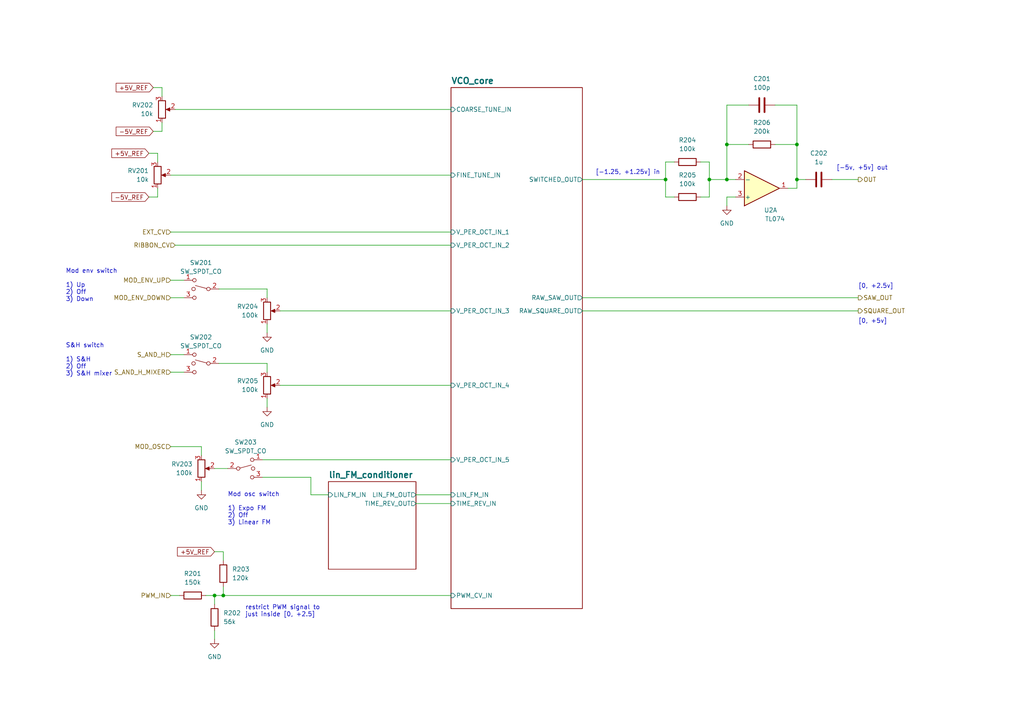
<source format=kicad_sch>
(kicad_sch (version 20230121) (generator eeschema)
  (paper "A4")
  (title_block (title "Josh Ox Ribon Synth Main VCO board") (date "2022-07-23") (rev "0.1") (comment 2 "creativecommons.org/licenses/by/4.0") (comment 3 "license: CC by 4.0") (comment 4 "Author: Jordan Acete"))
  (lib_symbols
    (symbol "Amplifier_Operational:TL074" (pin_names (offset 0.127))
      (property "Reference" "U" (at 0 5.08 0))
      (property "Value" "TL074" (at 0 -5.08 0))
      (symbol "TL074_1_1"
        (polyline (pts (xy -5.08 5.08) (xy 5.08 0) (xy -5.08 -5.08) (xy -5.08 5.08)) (stroke (width 0.254)) (fill (type background)))
        (pin output line (at 7.62 0 180) (length 2.54) (name "~") (number "1"))
        (pin input line (at -7.62 -2.54 0) (length 2.54) (name "-") (number "2"))
        (pin input line (at -7.62 2.54 0) (length 2.54) (name "+") (number "3"))
      )
      (symbol "TL074_2_1"
        (polyline (pts (xy -5.08 5.08) (xy 5.08 0) (xy -5.08 -5.08) (xy -5.08 5.08)) (stroke (width 0.254)) (fill (type background)))
        (pin input line (at -7.62 2.54 0) (length 2.54) (name "+") (number "5"))
        (pin input line (at -7.62 -2.54 0) (length 2.54) (name "-") (number "6"))
        (pin output line (at 7.62 0 180) (length 2.54) (name "~") (number "7"))
      )
      (symbol "TL074_3_1"
        (polyline (pts (xy -5.08 5.08) (xy 5.08 0) (xy -5.08 -5.08) (xy -5.08 5.08)) (stroke (width 0.254)) (fill (type background)))
        (pin input line (at -7.62 2.54 0) (length 2.54) (name "+") (number "10"))
        (pin output line (at 7.62 0 180) (length 2.54) (name "~") (number "8"))
        (pin input line (at -7.62 -2.54 0) (length 2.54) (name "-") (number "9"))
      )
      (symbol "TL074_4_1"
        (polyline (pts (xy -5.08 5.08) (xy 5.08 0) (xy -5.08 -5.08) (xy -5.08 5.08)) (stroke (width 0.254)) (fill (type background)))
        (pin input line (at -7.62 2.54 0) (length 2.54) (name "+") (number "12"))
        (pin input line (at -7.62 -2.54 0) (length 2.54) (name "-") (number "13"))
        (pin output line (at 7.62 0 180) (length 2.54) (name "~") (number "14"))
      )
      (symbol "TL074_5_1"
        (pin power_in line (at -2.54 -7.62 90) (length 3.81) (name "V-") (number "11"))
        (pin power_in line (at -2.54 7.62 270) (length 3.81) (name "V+") (number "4"))
      )
    )
    (symbol "Device:C" (pin_numbers hide) (pin_names (offset 0.254))
      (property "Reference" "C" (at 0.635 2.54 0))
      (property "Value" "C" (at 0.635 -2.54 0))
      (symbol "C_0_1"
        (polyline (pts (xy -2.032 -0.762) (xy 2.032 -0.762)) (stroke (width 0.508)))
        (polyline (pts (xy -2.032 0.762) (xy 2.032 0.762)) (stroke (width 0.508)))
      )
      (symbol "C_1_1"
        (pin passive line (at 0 3.81 270) (length 2.794) (name "~") (number "1"))
        (pin passive line (at 0 -3.81 90) (length 2.794) (name "~") (number "2"))
      )
    )
    (symbol "Device:R" (pin_numbers hide) (pin_names (offset 0))
      (property "Reference" "R" (at 2.032 0 90))
      (property "Value" "R" (at 0 0 90))
      (symbol "R_0_1"
        (rectangle (start -1.016 -2.54) (end 1.016 2.54) (stroke (width 0.254)))
      )
      (symbol "R_1_1"
        (pin passive line (at 0 3.81 270) (length 1.27) (name "~") (number "1"))
        (pin passive line (at 0 -3.81 90) (length 1.27) (name "~") (number "2"))
      )
    )
    (symbol "Device:R_Potentiometer" (pin_names (offset 1.016) hide)
      (property "Reference" "RV" (at -4.445 0 90))
      (property "Value" "R_Potentiometer" (at -2.54 0 90))
      (symbol "R_Potentiometer_0_1"
        (polyline (pts (xy 2.54 0) (xy 1.524 0)))
        (polyline (pts (xy 1.143 0) (xy 2.286 0.508) (xy 2.286 -0.508) (xy 1.143 0)) (fill (type outline)))
        (rectangle (start 1.016 2.54) (end -1.016 -2.54) (stroke (width 0.254)))
      )
      (symbol "R_Potentiometer_1_1"
        (pin passive line (at 0 3.81 270) (length 1.27) (name "1") (number "1"))
        (pin passive line (at 3.81 0 180) (length 1.27) (name "2") (number "2"))
        (pin passive line (at 0 -3.81 90) (length 1.27) (name "3") (number "3"))
      )
    )
    (symbol "Switch:SW_SPDT_MSM" (pin_names (offset 0) hide)
      (property "Reference" "SW" (at 0 5.08 0))
      (property "Value" "SW_SPDT_MSM" (at 0 -5.08 0))
      (symbol "SW_SPDT_MSM_0_0"
        (circle (center -2.032 0) (radius 0.508))
        (polyline (pts (xy -1.524 0.127) (xy 1.778 1.016)))
        (circle (center 2.032 -2.54) (radius 0.508))
      )
      (symbol "SW_SPDT_MSM_0_1"
        (circle (center 2.032 2.54) (radius 0.508))
        (circle (center 2.286 0) (radius 0.508))
      )
      (symbol "SW_SPDT_MSM_1_1"
        (pin passive line (at 5.08 2.54 180) (length 2.54) (name "1") (number "1"))
        (pin passive line (at -5.08 0 0) (length 2.54) (name "2") (number "2"))
        (pin passive line (at 5.08 -2.54 180) (length 2.54) (name "3") (number "3"))
      )
    )
    (symbol "power:GND" (power) (pin_names (offset 0))
      (property "Value" "GND" (at 0 -3.81 0))
      (symbol "GND_0_1"
        (polyline (pts (xy 0 0) (xy 0 -1.27) (xy 1.27 -1.27) (xy 0 -2.54) (xy -1.27 -1.27) (xy 0 -1.27)))
      )
      (symbol "GND_1_1"
        (pin power_in line (at 0 0 270) (length 0) hide (name "GND") (number "1"))
      )
    )
  )
  (junction (at 210.82 52.07))
  (junction (at 210.82 41.91))
  (junction (at 205.74 52.07))
  (junction (at 62.23 172.72))
  (junction (at 64.77 172.72))
  (junction (at 193.04 52.07))
  (junction (at 231.14 41.91))
  (junction (at 231.14 52.07))
  (wire (pts (xy 45.72 44.45) (xy 45.72 46.99)))
  (wire (pts (xy 58.42 129.54) (xy 58.42 132.08)))
  (wire (pts (xy 205.74 52.07) (xy 205.74 57.15)))
  (wire (pts (xy 231.14 30.48) (xy 231.14 41.91)))
  (wire (pts (xy 228.6 54.61) (xy 231.14 54.61)))
  (wire (pts (xy 120.65 146.05) (xy 130.81 146.05)))
  (wire (pts (xy 77.47 105.41) (xy 77.47 107.95)))
  (wire (pts (xy 44.45 38.1) (xy 46.99 38.1)))
  (wire (pts (xy 50.8 71.12) (xy 130.81 71.12)))
  (wire (pts (xy 205.74 46.99) (xy 205.74 52.07)))
  (wire (pts (xy 49.53 102.87) (xy 53.34 102.87)))
  (wire (pts (xy 210.82 52.07) (xy 213.36 52.07)))
  (wire (pts (xy 62.23 182.88) (xy 62.23 185.42)))
  (wire (pts (xy 77.47 118.11) (xy 77.47 115.57)))
  (wire (pts (xy 49.53 67.31) (xy 130.81 67.31)))
  (wire (pts (xy 64.77 160.02) (xy 64.77 162.56)))
  (wire (pts (xy 64.77 172.72) (xy 130.81 172.72)))
  (wire (pts (xy 63.5 105.41) (xy 77.47 105.41)))
  (wire (pts (xy 49.53 50.8) (xy 130.81 50.8)))
  (wire (pts (xy 231.14 52.07) (xy 233.68 52.07)))
  (wire (pts (xy 43.18 44.45) (xy 45.72 44.45)))
  (wire (pts (xy 49.53 172.72) (xy 52.07 172.72)))
  (wire (pts (xy 77.47 83.82) (xy 77.47 86.36)))
  (wire (pts (xy 231.14 41.91) (xy 224.79 41.91)))
  (wire (pts (xy 168.91 52.07) (xy 193.04 52.07)))
  (wire (pts (xy 62.23 135.89) (xy 66.04 135.89)))
  (wire (pts (xy 241.3 52.07) (xy 248.92 52.07)))
  (wire (pts (xy 81.28 90.17) (xy 130.81 90.17)))
  (wire (pts (xy 46.99 38.1) (xy 46.99 35.56)))
  (wire (pts (xy 64.77 170.18) (xy 64.77 172.72)))
  (wire (pts (xy 210.82 30.48) (xy 210.82 41.91)))
  (wire (pts (xy 62.23 172.72) (xy 62.23 175.26)))
  (wire (pts (xy 49.53 81.28) (xy 53.34 81.28)))
  (wire (pts (xy 50.8 31.75) (xy 130.81 31.75)))
  (wire (pts (xy 62.23 160.02) (xy 64.77 160.02)))
  (wire (pts (xy 231.14 52.07) (xy 231.14 54.61)))
  (wire (pts (xy 44.45 25.4) (xy 46.99 25.4)))
  (wire (pts (xy 90.17 143.51) (xy 90.17 138.43)))
  (wire (pts (xy 45.72 57.15) (xy 45.72 54.61)))
  (wire (pts (xy 49.53 129.54) (xy 58.42 129.54)))
  (wire (pts (xy 62.23 172.72) (xy 64.77 172.72)))
  (wire (pts (xy 95.25 143.51) (xy 90.17 143.51)))
  (wire (pts (xy 46.99 25.4) (xy 46.99 27.94)))
  (wire (pts (xy 120.65 143.51) (xy 130.81 143.51)))
  (wire (pts (xy 210.82 57.15) (xy 213.36 57.15)))
  (wire (pts (xy 168.91 90.17) (xy 248.92 90.17)))
  (wire (pts (xy 210.82 52.07) (xy 210.82 41.91)))
  (wire (pts (xy 193.04 46.99) (xy 195.58 46.99)))
  (wire (pts (xy 210.82 59.69) (xy 210.82 57.15)))
  (wire (pts (xy 193.04 46.99) (xy 193.04 52.07)))
  (wire (pts (xy 210.82 41.91) (xy 217.17 41.91)))
  (wire (pts (xy 205.74 52.07) (xy 210.82 52.07)))
  (wire (pts (xy 203.2 46.99) (xy 205.74 46.99)))
  (wire (pts (xy 49.53 86.36) (xy 53.34 86.36)))
  (wire (pts (xy 168.91 86.36) (xy 248.92 86.36)))
  (wire (pts (xy 90.17 138.43) (xy 76.2 138.43)))
  (wire (pts (xy 77.47 96.52) (xy 77.47 93.98)))
  (wire (pts (xy 224.79 30.48) (xy 231.14 30.48)))
  (wire (pts (xy 59.69 172.72) (xy 62.23 172.72)))
  (wire (pts (xy 63.5 83.82) (xy 77.47 83.82)))
  (wire (pts (xy 193.04 52.07) (xy 193.04 57.15)))
  (wire (pts (xy 49.53 107.95) (xy 53.34 107.95)))
  (wire (pts (xy 43.18 57.15) (xy 45.72 57.15)))
  (wire (pts (xy 231.14 41.91) (xy 231.14 52.07)))
  (wire (pts (xy 195.58 57.15) (xy 193.04 57.15)))
  (wire (pts (xy 81.28 111.76) (xy 130.81 111.76)))
  (wire (pts (xy 76.2 133.35) (xy 130.81 133.35)))
  (wire (pts (xy 217.17 30.48) (xy 210.82 30.48)))
  (wire (pts (xy 58.42 142.24) (xy 58.42 139.7)))
  (wire (pts (xy 203.2 57.15) (xy 205.74 57.15)))
  (text "[0, +2.5v]" (at 248.92 83.82 0) (effects (font (size 1.27 1.27)) (justify left bottom)))
  (text "Mod osc switch\n\n1) Expo FM\n2) Off\n3) Linear FM" (at 66.04 152.4 0) (effects (font (size 1.27 1.27)) (justify left bottom)))
  (text "restrict PWM signal to \njust inside [0, +2.5]" (at 71.12 179.07 0) (effects (font (size 1.27 1.27)) (justify left bottom)))
  (text "Mod env switch\n\n1) Up\n2) Off\n3) Down" (at 19.05 87.63 0) (effects (font (size 1.27 1.27)) (justify left bottom)))
  (text "[0, +5v]" (at 248.92 93.98 0) (effects (font (size 1.27 1.27)) (justify left bottom)))
  (text "[-1.25, +1.25v] in" (at 172.72 50.8 0) (effects (font (size 1.27 1.27)) (justify left bottom)))
  (text "S&H switch\n\n1) S&H\n2) Off\n3) S&H mixer" (at 19.05 109.22 0) (effects (font (size 1.27 1.27)) (justify left bottom)))
  (text "[-5v, +5v] out" (at 242.57 49.53 0) (effects (font (size 1.27 1.27)) (justify left bottom)))
  (global_label "-5V_REF" (shape input) (at 43.18 57.15 180) (property "Intersheetrefs" "${INTERSHEET_REFS}" (effects hide)))
  (global_label "+5V_REF" (shape input) (at 43.18 44.45 180) (property "Intersheetrefs" "${INTERSHEET_REFS}" (effects hide)))
  (global_label "+5V_REF" (shape input) (at 44.45 25.4 180) (property "Intersheetrefs" "${INTERSHEET_REFS}" (effects hide)))
  (global_label "-5V_REF" (shape input) (at 44.45 38.1 180) (property "Intersheetrefs" "${INTERSHEET_REFS}" (effects hide)))
  (global_label "+5V_REF" (shape input) (at 62.23 160.02 180) (property "Intersheetrefs" "${INTERSHEET_REFS}" (effects hide)))
  (hierarchical_label "S_AND_H_MIXER" (shape input) (at 49.53 107.95 180))
  (hierarchical_label "SAW_OUT" (shape output) (at 248.92 86.36 0))
  (hierarchical_label "MOD_OSC" (shape input) (at 49.53 129.54 180))
  (hierarchical_label "MOD_ENV_DOWN" (shape input) (at 49.53 86.36 180))
  (hierarchical_label "RIBBON_CV" (shape input) (at 50.8 71.12 180))
  (hierarchical_label "SQUARE_OUT" (shape output) (at 248.92 90.17 0))
  (hierarchical_label "MOD_ENV_UP" (shape input) (at 49.53 81.28 180))
  (hierarchical_label "PWM_IN" (shape input) (at 49.53 172.72 180))
  (hierarchical_label "OUT" (shape output) (at 248.92 52.07 0))
  (hierarchical_label "EXT_CV" (shape input) (at 49.53 67.31 180))
  (hierarchical_label "S_AND_H" (shape input) (at 49.53 102.87 180))
  (symbol (lib_id "power:GND") (at 77.47 118.11 0) (unit 1)
    (property "Reference" "#PWR0204" (effects hide))
    (property "Value" "GND" (at 77.47 123.19 0))
  )
  (symbol (lib_id "Switch:SW_SPDT_MSM") (at 58.42 83.82 0) (mirror y) (unit 1)
    (property "Reference" "SW201" (at 58.293 76.2 0))
    (property "Value" "SW_SPDT_CO" (at 58.293 78.74 0))
    (property "Footprint" "custom_footprints:SPDT_mini_toggle" (effects hide))
  )
  (symbol (lib_id "Device:C") (at 220.98 30.48 90) (unit 1)
    (property "Reference" "C201" (at 220.98 22.86 90))
    (property "Value" "100p" (at 220.98 25.4 90))
    (property "Footprint" "Capacitor_SMD:C_0805_2012Metric" (effects hide))
  )
  (symbol (lib_id "power:GND") (at 210.82 59.69 0) (unit 1)
    (property "Reference" "#PWR0205" (effects hide))
    (property "Value" "GND" (at 210.82 64.77 0))
  )
  (symbol (lib_id "Device:R") (at 199.39 46.99 90) (unit 1)
    (property "Reference" "R204" (at 199.39 40.64 90))
    (property "Value" "100k" (at 199.39 43.18 90))
    (property "Footprint" "Resistor_SMD:R_0805_2012Metric" (effects hide))
  )
  (symbol (lib_id "power:GND") (at 62.23 185.42 0) (unit 1)
    (property "Reference" "#PWR0202" (effects hide))
    (property "Value" "GND" (at 62.23 190.5 0))
  )
  (symbol (lib_id "Device:R") (at 64.77 166.37 0) (unit 1)
    (property "Reference" "R203" (at 67.31 165.0999 0) (effects (justify left)))
    (property "Value" "120k" (at 67.31 167.6399 0) (effects (justify left)))
    (property "Footprint" "Resistor_SMD:R_0805_2012Metric" (effects hide))
  )
  (symbol (lib_id "Device:R_Potentiometer") (at 58.42 135.89 0) (mirror x) (unit 1)
    (property "Reference" "RV203" (at 55.88 134.6199 0) (effects (justify right)))
    (property "Value" "100k" (at 55.88 137.1599 0) (effects (justify right)))
    (property "Footprint" "Potentiometer_THT:Potentiometer_Alpha_RD901F-40-00D_Single_Vertical" (effects hide))
  )
  (symbol (lib_id "Device:C") (at 237.49 52.07 90) (unit 1)
    (property "Reference" "C202" (at 237.49 44.45 90))
    (property "Value" "1u" (at 237.49 46.99 90))
    (property "Footprint" "Capacitor_THT:C_Rect_L7.2mm_W5.5mm_P5.00mm_FKS2_FKP2_MKS2_MKP2" (effects hide))
  )
  (symbol (lib_id "Device:R_Potentiometer") (at 46.99 31.75 0) (mirror x) (unit 1)
    (property "Reference" "RV202" (at 44.45 30.4799 0) (effects (justify right)))
    (property "Value" "10k" (at 44.45 33.0199 0) (effects (justify right)))
    (property "Footprint" "Potentiometer_THT:Potentiometer_Alpha_RD901F-40-00D_Single_Vertical" (effects hide))
  )
  (symbol (lib_id "Switch:SW_SPDT_MSM") (at 71.12 135.89 0) (unit 1)
    (property "Reference" "SW203" (at 71.247 128.27 0))
    (property "Value" "SW_SPDT_CO" (at 71.247 130.81 0))
    (property "Footprint" "custom_footprints:SPDT_mini_toggle" (effects hide))
  )
  (symbol (lib_id "Device:R_Potentiometer") (at 77.47 90.17 0) (mirror x) (unit 1)
    (property "Reference" "RV204" (at 74.93 88.8999 0) (effects (justify right)))
    (property "Value" "100k" (at 74.93 91.4399 0) (effects (justify right)))
    (property "Footprint" "Potentiometer_THT:Potentiometer_Alpha_RD901F-40-00D_Single_Vertical" (effects hide))
  )
  (symbol (lib_id "Device:R_Potentiometer") (at 45.72 50.8 0) (mirror x) (unit 1)
    (property "Reference" "RV201" (at 43.18 49.5299 0) (effects (justify right)))
    (property "Value" "10k" (at 43.18 52.0699 0) (effects (justify right)))
    (property "Footprint" "Potentiometer_THT:Potentiometer_Alpha_RD901F-40-00D_Single_Vertical" (effects hide))
  )
  (symbol (lib_id "power:GND") (at 58.42 142.24 0) (unit 1)
    (property "Reference" "#PWR0201" (effects hide))
    (property "Value" "GND" (at 58.42 147.32 0))
  )
  (symbol (lib_id "Device:R") (at 220.98 41.91 90) (unit 1)
    (property "Reference" "R206" (at 220.98 35.56 90))
    (property "Value" "200k" (at 220.98 38.1 90))
    (property "Footprint" "Resistor_SMD:R_0805_2012Metric" (effects hide))
  )
  (symbol (lib_id "Amplifier_Operational:TL074") (at 220.98 54.61 0) (mirror x) (unit 1)
    (property "Reference" "U2" (at 223.52 60.96 0))
    (property "Value" "TL074" (at 224.79 63.5 0))
    (property "Footprint" "Package_SO:SOIC-14_3.9x8.7mm_P1.27mm" (effects hide))
    (property "Datasheet" "http://www.ti.com/lit/ds/symlink/tl071.pdf" (effects hide))
  )
  (symbol (lib_id "Switch:SW_SPDT_MSM") (at 58.42 105.41 0) (mirror y) (unit 1)
    (property "Reference" "SW202" (at 58.293 97.79 0))
    (property "Value" "SW_SPDT_CO" (at 58.293 100.33 0))
    (property "Footprint" "custom_footprints:SPDT_mini_toggle" (effects hide))
  )
  (symbol (lib_id "Device:R") (at 199.39 57.15 90) (unit 1)
    (property "Reference" "R205" (at 199.39 50.8 90))
    (property "Value" "100k" (at 199.39 53.34 90))
    (property "Footprint" "Resistor_SMD:R_0805_2012Metric" (effects hide))
  )
  (symbol (lib_id "power:GND") (at 77.47 96.52 0) (unit 1)
    (property "Reference" "#PWR0203" (effects hide))
    (property "Value" "GND" (at 77.47 101.6 0))
  )
  (symbol (lib_id "Device:R") (at 55.88 172.72 90) (unit 1)
    (property "Reference" "R201" (at 55.88 166.37 90))
    (property "Value" "150k" (at 55.88 168.91 90))
    (property "Footprint" "Resistor_SMD:R_0805_2012Metric" (effects hide))
  )
  (symbol (lib_id "Device:R") (at 62.23 179.07 0) (unit 1)
    (property "Reference" "R202" (at 64.77 177.7999 0) (effects (justify left)))
    (property "Value" "56k" (at 64.77 180.3399 0) (effects (justify left)))
    (property "Footprint" "Resistor_SMD:R_0805_2012Metric" (effects hide))
  )
  (symbol (lib_id "Device:R_Potentiometer") (at 77.47 111.76 0) (mirror x) (unit 1)
    (property "Reference" "RV205" (at 74.93 110.4899 0) (effects (justify right)))
    (property "Value" "100k" (at 74.93 113.0299 0) (effects (justify right)))
    (property "Footprint" "Potentiometer_THT:Potentiometer_Alpha_RD901F-40-00D_Single_Vertical" (effects hide))
  )
  (sheet (at 130.81 25.4) (size 38.1 151.13) (stroke (width 0.1524))
    (property "Sheetname" "VCO_core" (at 130.81 24.4484 0) (effects (font (size 1.75 1.75) bold) (justify left bottom)))
    (property "Sheetfile" "VCO_core.kicad_sch" (effects hide))
    (pin "PWM_CV_IN" input (at 130.81 172.72 180))
    (pin "COARSE_TUNE_IN" input (at 130.81 31.75 180))
    (pin "FINE_TUNE_IN" input (at 130.81 50.8 180))
    (pin "TIME_REV_IN" input (at 130.81 146.05 180))
    (pin "LIN_FM_IN" input (at 130.81 143.51 180))
    (pin "RAW_SQUARE_OUT" output (at 168.91 90.17 0))
    (pin "RAW_SAW_OUT" output (at 168.91 86.36 0))
    (pin "SWITCHED_OUT" output (at 168.91 52.07 0))
    (pin "V_PER_OCT_IN_2" input (at 130.81 71.12 180))
    (pin "V_PER_OCT_IN_1" input (at 130.81 67.31 180))
    (pin "V_PER_OCT_IN_5" input (at 130.81 133.35 180))
    (pin "V_PER_OCT_IN_3" input (at 130.81 90.17 180))
    (pin "V_PER_OCT_IN_4" input (at 130.81 111.76 180))
  )
  (sheet (at 95.25 139.7) (size 25.4 25.4) (stroke (width 0.1524))
    (property "Sheetname" "lin_FM_conditioner" (at 95.25 138.7484 0) (effects (font (size 1.75 1.75) bold) (justify left bottom)))
    (property "Sheetfile" "lin_FM_conditioner.kicad_sch" (effects hide))
    (pin "LIN_FM_OUT" output (at 120.65 143.51 0))
    (pin "TIME_REV_OUT" output (at 120.65 146.05 0))
    (pin "LIN_FM_IN" input (at 95.25 143.51 180))
  )
)
</source>
